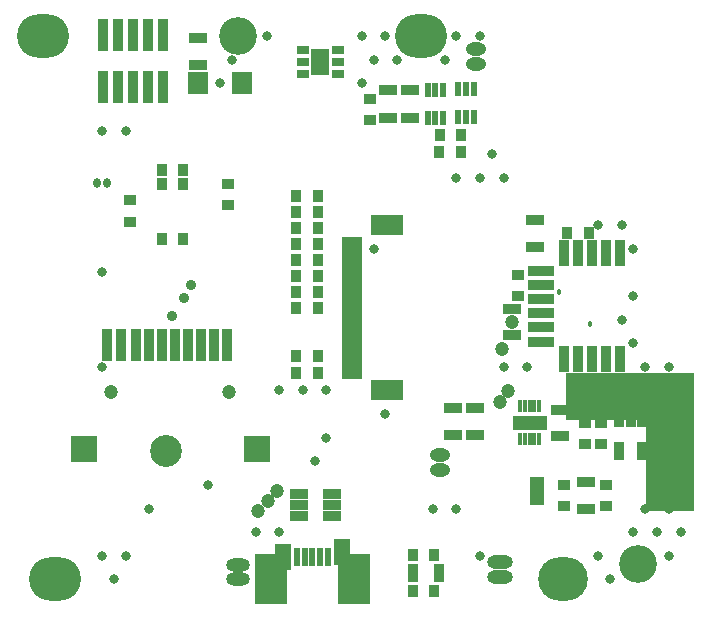
<source format=gbs>
G04 Layer_Color=32768*
%FSLAX25Y25*%
%MOIN*%
G70*
G01*
G75*
%ADD93R,0.03556X0.04343*%
%ADD94R,0.06154X0.03359*%
%ADD104R,0.03359X0.06154*%
%ADD108R,0.06115X0.03753*%
%ADD109R,0.03753X0.06115*%
%ADD112R,0.04343X0.03556*%
%ADD113R,0.02375X0.06115*%
%ADD114R,0.10642X0.16548*%
%ADD115R,0.05721X0.08674*%
%ADD116R,0.02375X0.04737*%
%ADD122C,0.12611*%
%ADD124C,0.04737*%
%ADD125O,0.06706X0.04343*%
%ADD126O,0.02768X0.03162*%
%ADD127C,0.01800*%
%ADD128O,0.17335X0.14579*%
%ADD129O,0.16548X0.14579*%
%ADD130O,0.07887X0.04343*%
%ADD131O,0.08674X0.04343*%
%ADD132C,0.03556*%
%ADD133C,0.03162*%
%ADD134R,0.03556X0.10642*%
%ADD135R,0.08674X0.08674*%
%ADD136R,0.10642X0.06706*%
%ADD137R,0.06706X0.01981*%
%ADD138R,0.06706X0.07493*%
%ADD139R,0.01587X0.04343*%
%ADD140R,0.11824X0.05131*%
%ADD141R,0.06115X0.03753*%
%ADD142R,0.03556X0.08674*%
%ADD143R,0.08674X0.03556*%
%ADD144R,0.03792X0.11036*%
%ADD145R,0.04343X0.02572*%
%ADD146R,0.05918X0.08674*%
%ADD147R,0.04737X0.04737*%
%ADD148C,0.10642*%
G36*
X472835Y109449D02*
X457087D01*
Y139764D01*
X430315D01*
Y155512D01*
X472835D01*
Y109449D01*
D02*
G37*
D93*
X437795Y201969D02*
D03*
X430709D02*
D03*
X347441Y214567D02*
D03*
X340354D02*
D03*
X347441Y209208D02*
D03*
X340354D02*
D03*
X347441Y203850D02*
D03*
X340354D02*
D03*
X347441Y198491D02*
D03*
X340354D02*
D03*
X347441Y193132D02*
D03*
X340354D02*
D03*
X347441Y187774D02*
D03*
X340354D02*
D03*
X302559Y223031D02*
D03*
X295472D02*
D03*
X347441Y182415D02*
D03*
X340354D02*
D03*
X347441Y177056D02*
D03*
X340354D02*
D03*
X302559Y218307D02*
D03*
X295472D02*
D03*
X347441Y161067D02*
D03*
X340354D02*
D03*
X347441Y155512D02*
D03*
X340354D02*
D03*
X302756Y200000D02*
D03*
X295669D02*
D03*
X395162Y229181D02*
D03*
X388076D02*
D03*
X395262Y234681D02*
D03*
X388176D02*
D03*
X379110Y82767D02*
D03*
X386196D02*
D03*
X379232Y94882D02*
D03*
X386319D02*
D03*
D94*
X352362Y107677D02*
D03*
Y111417D02*
D03*
X341339Y107677D02*
D03*
X352362Y115157D02*
D03*
X341339Y111417D02*
D03*
Y115157D02*
D03*
D104*
X455555Y140398D02*
D03*
X451815D02*
D03*
X455555Y129374D02*
D03*
X448075Y140398D02*
D03*
Y129374D02*
D03*
D108*
X420079Y206398D02*
D03*
Y197539D02*
D03*
X428193Y143252D02*
D03*
Y134394D02*
D03*
X437008Y118996D02*
D03*
Y110138D02*
D03*
X392663Y143729D02*
D03*
Y134871D02*
D03*
X400000Y143629D02*
D03*
Y134771D02*
D03*
X307579Y258169D02*
D03*
Y267028D02*
D03*
X412205Y176789D02*
D03*
Y167931D02*
D03*
D109*
X387999Y88800D02*
D03*
X379141D02*
D03*
D112*
X443701Y118110D02*
D03*
Y111024D02*
D03*
X429528Y118110D02*
D03*
Y111024D02*
D03*
X436461Y138823D02*
D03*
Y131736D02*
D03*
X441972Y138823D02*
D03*
Y131736D02*
D03*
X285039Y212992D02*
D03*
Y205906D02*
D03*
X317717Y218504D02*
D03*
Y211417D02*
D03*
X364961Y239764D02*
D03*
Y246850D02*
D03*
X414173Y181102D02*
D03*
Y188189D02*
D03*
D113*
X340551Y94095D02*
D03*
X343110D02*
D03*
X345669D02*
D03*
X348228D02*
D03*
X350787D02*
D03*
D114*
X331890Y86614D02*
D03*
X359449D02*
D03*
D115*
X335827Y94095D02*
D03*
X355512Y95669D02*
D03*
D116*
X389270Y240383D02*
D03*
Y249832D02*
D03*
X386711Y240383D02*
D03*
X384152D02*
D03*
X386711Y249832D02*
D03*
X384152D02*
D03*
X394360Y250205D02*
D03*
Y240757D02*
D03*
X396919Y250205D02*
D03*
X399478D02*
D03*
X396919Y240757D02*
D03*
X399478D02*
D03*
D122*
X320866Y267717D02*
D03*
X454331Y91732D02*
D03*
D124*
X278724Y149090D02*
D03*
X318094D02*
D03*
X410925Y149508D02*
D03*
X408268Y145669D02*
D03*
X331004Y112589D02*
D03*
X327756Y109350D02*
D03*
X334055Y116240D02*
D03*
X409055Y163386D02*
D03*
X412205Y172441D02*
D03*
D125*
X400197Y258465D02*
D03*
Y263386D02*
D03*
X388189Y128150D02*
D03*
Y123228D02*
D03*
D126*
X274016Y218898D02*
D03*
X277165D02*
D03*
D127*
X427781Y182455D02*
D03*
X438360Y171876D02*
D03*
D128*
X381890Y267717D02*
D03*
X255906D02*
D03*
X259842Y86614D02*
D03*
D129*
X429134D02*
D03*
D130*
X320866D02*
D03*
Y91535D02*
D03*
D131*
X408268Y87402D02*
D03*
Y92323D02*
D03*
D132*
X302968Y180422D02*
D03*
X305315Y184843D02*
D03*
X298800Y174413D02*
D03*
D133*
X279528Y86614D02*
D03*
X275591Y94488D02*
D03*
Y157480D02*
D03*
Y188977D02*
D03*
Y236221D02*
D03*
X283465Y94488D02*
D03*
Y236221D02*
D03*
X291339Y110236D02*
D03*
X311024Y118110D02*
D03*
X314961Y251969D02*
D03*
X318898Y259843D02*
D03*
X326772Y102362D02*
D03*
X334646D02*
D03*
Y149606D02*
D03*
X330709Y267717D02*
D03*
X342520Y149606D02*
D03*
X346457Y125984D02*
D03*
X350394Y133858D02*
D03*
Y149606D02*
D03*
X366142Y196851D02*
D03*
X362205Y251969D02*
D03*
X366142Y259843D02*
D03*
X362205Y267717D02*
D03*
X370079Y141732D02*
D03*
X374016Y259843D02*
D03*
X370079Y267717D02*
D03*
X385827Y110236D02*
D03*
X389764Y259843D02*
D03*
X393701Y110236D02*
D03*
Y220473D02*
D03*
Y267717D02*
D03*
X401575Y94488D02*
D03*
Y220473D02*
D03*
X405512Y228347D02*
D03*
X401575Y267717D02*
D03*
X409449Y157480D02*
D03*
Y220473D02*
D03*
X417323Y157480D02*
D03*
X444882Y86614D02*
D03*
X440945Y94488D02*
D03*
Y204725D02*
D03*
X452756Y102362D02*
D03*
Y165354D02*
D03*
X448819Y173228D02*
D03*
X452756Y181103D02*
D03*
Y196851D02*
D03*
X448819Y204725D02*
D03*
X460630Y102362D02*
D03*
X456693Y110236D02*
D03*
X460630Y118110D02*
D03*
X456693Y157480D02*
D03*
X464567Y94488D02*
D03*
X468504Y102362D02*
D03*
X464567Y110236D02*
D03*
X468504Y118110D02*
D03*
X464567Y157480D02*
D03*
D134*
X281874Y164838D02*
D03*
X277346D02*
D03*
X299787D02*
D03*
X286795D02*
D03*
X295457D02*
D03*
X291126D02*
D03*
X308449D02*
D03*
X304118D02*
D03*
X317110D02*
D03*
X312779D02*
D03*
D135*
X269669Y130192D02*
D03*
X327150D02*
D03*
D136*
X370669Y204724D02*
D03*
Y149606D02*
D03*
D137*
X359055Y174213D02*
D03*
Y170276D02*
D03*
Y172244D02*
D03*
Y166339D02*
D03*
Y168307D02*
D03*
Y164370D02*
D03*
Y154528D02*
D03*
Y156496D02*
D03*
Y160433D02*
D03*
Y162402D02*
D03*
Y158465D02*
D03*
Y191929D02*
D03*
Y193898D02*
D03*
Y187992D02*
D03*
Y189961D02*
D03*
Y197835D02*
D03*
Y199803D02*
D03*
Y195866D02*
D03*
Y178150D02*
D03*
Y180118D02*
D03*
Y176181D02*
D03*
Y184055D02*
D03*
Y186024D02*
D03*
Y182087D02*
D03*
D138*
X322354Y251969D02*
D03*
X307568D02*
D03*
D139*
X421260Y144390D02*
D03*
X419685D02*
D03*
X416535D02*
D03*
X418110D02*
D03*
X419685Y133366D02*
D03*
X421260D02*
D03*
X416535D02*
D03*
X418110D02*
D03*
X414961Y144390D02*
D03*
Y133366D02*
D03*
D140*
X418110Y138878D02*
D03*
D141*
X370819Y240457D02*
D03*
Y249905D02*
D03*
X378119Y249805D02*
D03*
Y240357D02*
D03*
D142*
X448425Y159961D02*
D03*
X443701D02*
D03*
X438976D02*
D03*
X434252D02*
D03*
X429528D02*
D03*
Y195394D02*
D03*
X434252D02*
D03*
X438976D02*
D03*
X443701D02*
D03*
X448425D02*
D03*
D143*
X422047Y165866D02*
D03*
Y170591D02*
D03*
Y175315D02*
D03*
Y180039D02*
D03*
Y184764D02*
D03*
Y189488D02*
D03*
D144*
X295827Y250772D02*
D03*
X290827D02*
D03*
X285827D02*
D03*
X280827D02*
D03*
X275827D02*
D03*
Y268126D02*
D03*
X280827D02*
D03*
X285827D02*
D03*
X290827D02*
D03*
X295827D02*
D03*
D145*
X342520Y255118D02*
D03*
Y259055D02*
D03*
Y262992D02*
D03*
X354331D02*
D03*
Y259055D02*
D03*
Y255118D02*
D03*
D146*
X348425Y259055D02*
D03*
D147*
X420472Y118504D02*
D03*
Y113779D02*
D03*
D148*
X297031Y129279D02*
D03*
M02*

</source>
